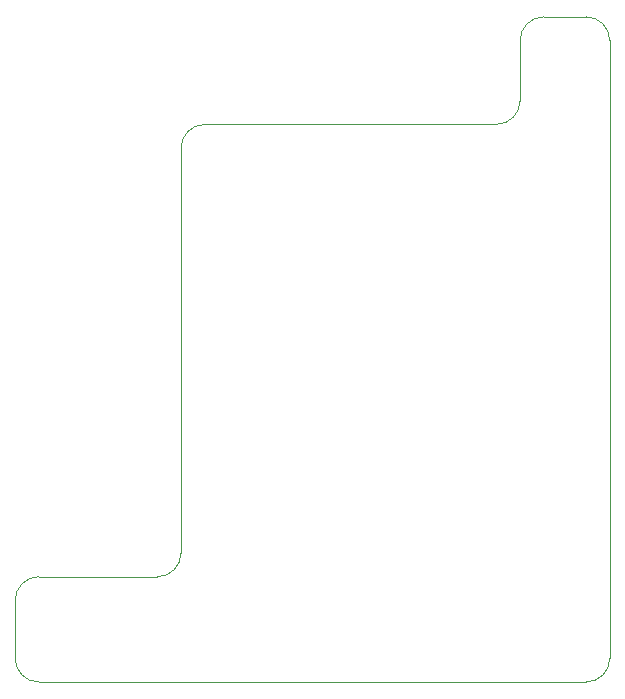
<source format=gbr>
G04 #@! TF.GenerationSoftware,KiCad,Pcbnew,9.0.3*
G04 #@! TF.CreationDate,2026-01-28T23:02:45+01:00*
G04 #@! TF.ProjectId,CM5IO_top,434d3549-4f5f-4746-9f70-2e6b69636164,rev?*
G04 #@! TF.SameCoordinates,Original*
G04 #@! TF.FileFunction,Glue,Top*
G04 #@! TF.FilePolarity,Positive*
%FSLAX46Y46*%
G04 Gerber Fmt 4.6, Leading zero omitted, Abs format (unit mm)*
G04 Created by KiCad (PCBNEW 9.0.3) date 2026-01-28 23:02:45*
%MOMM*%
%LPD*%
G01*
G04 APERTURE LIST*
G04 #@! TA.AperFunction,Profile*
%ADD10C,0.050000*%
G04 #@! TD*
G04 APERTURE END LIST*
D10*
X205975958Y-144508558D02*
G75*
G02*
X203975958Y-146508658I-2000058J-42D01*
G01*
X198381400Y-92190200D02*
G75*
G02*
X200381400Y-90190200I2000000J0D01*
G01*
X205974864Y-92190158D02*
X205975958Y-144508558D01*
X169679400Y-101290400D02*
G75*
G02*
X171679400Y-99290400I2000000J0D01*
G01*
X155633209Y-144508599D02*
X155633210Y-139588499D01*
X169679400Y-135588500D02*
X169679400Y-101290400D01*
X171679400Y-99290400D02*
X196381400Y-99290400D01*
X157633210Y-137588500D02*
X167679400Y-137588500D01*
X200381400Y-90190200D02*
X203974864Y-90190200D01*
X155633210Y-139588499D02*
G75*
G02*
X157633210Y-137588510I1999990J-1D01*
G01*
X198381400Y-97290400D02*
G75*
G02*
X196381400Y-99290400I-2000000J0D01*
G01*
X169679400Y-135588500D02*
G75*
G02*
X167679400Y-137588500I-2000000J0D01*
G01*
X157633209Y-146508600D02*
G75*
G02*
X155633200Y-144508599I-9J2000000D01*
G01*
X198381400Y-97290400D02*
X198381400Y-92190200D01*
X203975958Y-146508600D02*
X157633209Y-146508600D01*
X203974864Y-90190200D02*
G75*
G02*
X205974900Y-92190158I36J-2000000D01*
G01*
M02*

</source>
